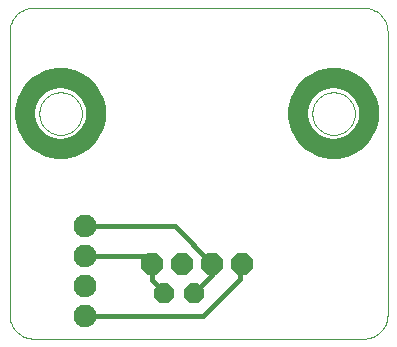
<source format=gtl>
G75*
%MOIN*%
%OFA0B0*%
%FSLAX24Y24*%
%IPPOS*%
%LPD*%
%AMOC8*
5,1,8,0,0,1.08239X$1,22.5*
%
%ADD10C,0.0000*%
%ADD11C,0.0010*%
%ADD12OC8,0.0748*%
%ADD13C,0.0650*%
%ADD14OC8,0.0660*%
%ADD15C,0.0760*%
%ADD16C,0.0160*%
%ADD17C,0.0157*%
D10*
X000105Y000892D02*
X000105Y010341D01*
X000892Y011129D02*
X011916Y011129D01*
X012703Y010341D02*
X012703Y000892D01*
X011916Y000105D02*
X000892Y000105D01*
X001687Y006424D02*
X001689Y006445D01*
X001695Y006465D01*
X001704Y006485D01*
X001716Y006502D01*
X001731Y006516D01*
X001749Y006528D01*
X001769Y006536D01*
X001789Y006541D01*
X001810Y006542D01*
X001831Y006539D01*
X001851Y006533D01*
X001870Y006522D01*
X001887Y006509D01*
X001900Y006493D01*
X001911Y006475D01*
X001919Y006455D01*
X001923Y006435D01*
X001923Y006413D01*
X001919Y006393D01*
X001911Y006373D01*
X001900Y006355D01*
X001887Y006339D01*
X001870Y006326D01*
X001851Y006315D01*
X001831Y006309D01*
X001810Y006306D01*
X001789Y006307D01*
X001769Y006312D01*
X001749Y006320D01*
X001731Y006332D01*
X001716Y006346D01*
X001704Y006363D01*
X001695Y006383D01*
X001689Y006403D01*
X001687Y006424D01*
X000922Y006818D02*
X000924Y006839D01*
X000930Y006859D01*
X000939Y006879D01*
X000951Y006896D01*
X000966Y006910D01*
X000984Y006922D01*
X001004Y006930D01*
X001024Y006935D01*
X001045Y006936D01*
X001066Y006933D01*
X001086Y006927D01*
X001105Y006916D01*
X001122Y006903D01*
X001135Y006887D01*
X001146Y006869D01*
X001154Y006849D01*
X001158Y006829D01*
X001158Y006807D01*
X001154Y006787D01*
X001146Y006767D01*
X001135Y006749D01*
X001122Y006733D01*
X001105Y006720D01*
X001086Y006709D01*
X001066Y006703D01*
X001045Y006700D01*
X001024Y006701D01*
X001004Y006706D01*
X000984Y006714D01*
X000966Y006726D01*
X000951Y006740D01*
X000939Y006757D01*
X000930Y006777D01*
X000924Y006797D01*
X000922Y006818D01*
X000506Y007605D02*
X000508Y007626D01*
X000514Y007646D01*
X000523Y007666D01*
X000535Y007683D01*
X000550Y007697D01*
X000568Y007709D01*
X000588Y007717D01*
X000608Y007722D01*
X000629Y007723D01*
X000650Y007720D01*
X000670Y007714D01*
X000689Y007703D01*
X000706Y007690D01*
X000719Y007674D01*
X000730Y007656D01*
X000738Y007636D01*
X000742Y007616D01*
X000742Y007594D01*
X000738Y007574D01*
X000730Y007554D01*
X000719Y007536D01*
X000706Y007520D01*
X000689Y007507D01*
X000670Y007496D01*
X000650Y007490D01*
X000629Y007487D01*
X000608Y007488D01*
X000588Y007493D01*
X000568Y007501D01*
X000550Y007513D01*
X000535Y007527D01*
X000523Y007544D01*
X000514Y007564D01*
X000508Y007584D01*
X000506Y007605D01*
X000922Y008392D02*
X000924Y008413D01*
X000930Y008433D01*
X000939Y008453D01*
X000951Y008470D01*
X000966Y008484D01*
X000984Y008496D01*
X001004Y008504D01*
X001024Y008509D01*
X001045Y008510D01*
X001066Y008507D01*
X001086Y008501D01*
X001105Y008490D01*
X001122Y008477D01*
X001135Y008461D01*
X001146Y008443D01*
X001154Y008423D01*
X001158Y008403D01*
X001158Y008381D01*
X001154Y008361D01*
X001146Y008341D01*
X001135Y008323D01*
X001122Y008307D01*
X001105Y008294D01*
X001086Y008283D01*
X001066Y008277D01*
X001045Y008274D01*
X001024Y008275D01*
X001004Y008280D01*
X000984Y008288D01*
X000966Y008300D01*
X000951Y008314D01*
X000939Y008331D01*
X000930Y008351D01*
X000924Y008371D01*
X000922Y008392D01*
X001687Y008786D02*
X001689Y008807D01*
X001695Y008827D01*
X001704Y008847D01*
X001716Y008864D01*
X001731Y008878D01*
X001749Y008890D01*
X001769Y008898D01*
X001789Y008903D01*
X001810Y008904D01*
X001831Y008901D01*
X001851Y008895D01*
X001870Y008884D01*
X001887Y008871D01*
X001900Y008855D01*
X001911Y008837D01*
X001919Y008817D01*
X001923Y008797D01*
X001923Y008775D01*
X001919Y008755D01*
X001911Y008735D01*
X001900Y008717D01*
X001887Y008701D01*
X001870Y008688D01*
X001851Y008677D01*
X001831Y008671D01*
X001810Y008668D01*
X001789Y008669D01*
X001769Y008674D01*
X001749Y008682D01*
X001731Y008694D01*
X001716Y008708D01*
X001704Y008725D01*
X001695Y008745D01*
X001689Y008765D01*
X001687Y008786D01*
X002497Y008392D02*
X002499Y008413D01*
X002505Y008433D01*
X002514Y008453D01*
X002526Y008470D01*
X002541Y008484D01*
X002559Y008496D01*
X002579Y008504D01*
X002599Y008509D01*
X002620Y008510D01*
X002641Y008507D01*
X002661Y008501D01*
X002680Y008490D01*
X002697Y008477D01*
X002710Y008461D01*
X002721Y008443D01*
X002729Y008423D01*
X002733Y008403D01*
X002733Y008381D01*
X002729Y008361D01*
X002721Y008341D01*
X002710Y008323D01*
X002697Y008307D01*
X002680Y008294D01*
X002661Y008283D01*
X002641Y008277D01*
X002620Y008274D01*
X002599Y008275D01*
X002579Y008280D01*
X002559Y008288D01*
X002541Y008300D01*
X002526Y008314D01*
X002514Y008331D01*
X002505Y008351D01*
X002499Y008371D01*
X002497Y008392D01*
X002868Y007605D02*
X002870Y007626D01*
X002876Y007646D01*
X002885Y007666D01*
X002897Y007683D01*
X002912Y007697D01*
X002930Y007709D01*
X002950Y007717D01*
X002970Y007722D01*
X002991Y007723D01*
X003012Y007720D01*
X003032Y007714D01*
X003051Y007703D01*
X003068Y007690D01*
X003081Y007674D01*
X003092Y007656D01*
X003100Y007636D01*
X003104Y007616D01*
X003104Y007594D01*
X003100Y007574D01*
X003092Y007554D01*
X003081Y007536D01*
X003068Y007520D01*
X003051Y007507D01*
X003032Y007496D01*
X003012Y007490D01*
X002991Y007487D01*
X002970Y007488D01*
X002950Y007493D01*
X002930Y007501D01*
X002912Y007513D01*
X002897Y007527D01*
X002885Y007544D01*
X002876Y007564D01*
X002870Y007584D01*
X002868Y007605D01*
X002497Y006818D02*
X002499Y006839D01*
X002505Y006859D01*
X002514Y006879D01*
X002526Y006896D01*
X002541Y006910D01*
X002559Y006922D01*
X002579Y006930D01*
X002599Y006935D01*
X002620Y006936D01*
X002641Y006933D01*
X002661Y006927D01*
X002680Y006916D01*
X002697Y006903D01*
X002710Y006887D01*
X002721Y006869D01*
X002729Y006849D01*
X002733Y006829D01*
X002733Y006807D01*
X002729Y006787D01*
X002721Y006767D01*
X002710Y006749D01*
X002697Y006733D01*
X002680Y006720D01*
X002661Y006709D01*
X002641Y006703D01*
X002620Y006700D01*
X002599Y006701D01*
X002579Y006706D01*
X002559Y006714D01*
X002541Y006726D01*
X002526Y006740D01*
X002514Y006757D01*
X002505Y006777D01*
X002499Y006797D01*
X002497Y006818D01*
X001096Y007605D02*
X001098Y007658D01*
X001104Y007711D01*
X001114Y007763D01*
X001127Y007814D01*
X001145Y007864D01*
X001166Y007913D01*
X001191Y007960D01*
X001219Y008004D01*
X001251Y008047D01*
X001285Y008087D01*
X001323Y008125D01*
X001363Y008159D01*
X001406Y008191D01*
X001451Y008219D01*
X001497Y008244D01*
X001546Y008265D01*
X001596Y008283D01*
X001647Y008296D01*
X001699Y008306D01*
X001752Y008312D01*
X001805Y008314D01*
X001858Y008312D01*
X001911Y008306D01*
X001963Y008296D01*
X002014Y008283D01*
X002064Y008265D01*
X002113Y008244D01*
X002160Y008219D01*
X002204Y008191D01*
X002247Y008159D01*
X002287Y008125D01*
X002325Y008087D01*
X002359Y008047D01*
X002391Y008004D01*
X002419Y007959D01*
X002444Y007913D01*
X002465Y007864D01*
X002483Y007814D01*
X002496Y007763D01*
X002506Y007711D01*
X002512Y007658D01*
X002514Y007605D01*
X002512Y007552D01*
X002506Y007499D01*
X002496Y007447D01*
X002483Y007396D01*
X002465Y007346D01*
X002444Y007297D01*
X002419Y007250D01*
X002391Y007206D01*
X002359Y007163D01*
X002325Y007123D01*
X002287Y007085D01*
X002247Y007051D01*
X002204Y007019D01*
X002159Y006991D01*
X002113Y006966D01*
X002064Y006945D01*
X002014Y006927D01*
X001963Y006914D01*
X001911Y006904D01*
X001858Y006898D01*
X001805Y006896D01*
X001752Y006898D01*
X001699Y006904D01*
X001647Y006914D01*
X001596Y006927D01*
X001546Y006945D01*
X001497Y006966D01*
X001450Y006991D01*
X001406Y007019D01*
X001363Y007051D01*
X001323Y007085D01*
X001285Y007123D01*
X001251Y007163D01*
X001219Y007206D01*
X001191Y007251D01*
X001166Y007297D01*
X001145Y007346D01*
X001127Y007396D01*
X001114Y007447D01*
X001104Y007499D01*
X001098Y007552D01*
X001096Y007605D01*
X009606Y007605D02*
X009608Y007626D01*
X009614Y007646D01*
X009623Y007666D01*
X009635Y007683D01*
X009650Y007697D01*
X009668Y007709D01*
X009688Y007717D01*
X009708Y007722D01*
X009729Y007723D01*
X009750Y007720D01*
X009770Y007714D01*
X009789Y007703D01*
X009806Y007690D01*
X009819Y007674D01*
X009830Y007656D01*
X009838Y007636D01*
X009842Y007616D01*
X009842Y007594D01*
X009838Y007574D01*
X009830Y007554D01*
X009819Y007536D01*
X009806Y007520D01*
X009789Y007507D01*
X009770Y007496D01*
X009750Y007490D01*
X009729Y007487D01*
X009708Y007488D01*
X009688Y007493D01*
X009668Y007501D01*
X009650Y007513D01*
X009635Y007527D01*
X009623Y007544D01*
X009614Y007564D01*
X009608Y007584D01*
X009606Y007605D01*
X009977Y006818D02*
X009979Y006839D01*
X009985Y006859D01*
X009994Y006879D01*
X010006Y006896D01*
X010021Y006910D01*
X010039Y006922D01*
X010059Y006930D01*
X010079Y006935D01*
X010100Y006936D01*
X010121Y006933D01*
X010141Y006927D01*
X010160Y006916D01*
X010177Y006903D01*
X010190Y006887D01*
X010201Y006869D01*
X010209Y006849D01*
X010213Y006829D01*
X010213Y006807D01*
X010209Y006787D01*
X010201Y006767D01*
X010190Y006749D01*
X010177Y006733D01*
X010160Y006720D01*
X010141Y006709D01*
X010121Y006703D01*
X010100Y006700D01*
X010079Y006701D01*
X010059Y006706D01*
X010039Y006714D01*
X010021Y006726D01*
X010006Y006740D01*
X009994Y006757D01*
X009985Y006777D01*
X009979Y006797D01*
X009977Y006818D01*
X010787Y006424D02*
X010789Y006445D01*
X010795Y006465D01*
X010804Y006485D01*
X010816Y006502D01*
X010831Y006516D01*
X010849Y006528D01*
X010869Y006536D01*
X010889Y006541D01*
X010910Y006542D01*
X010931Y006539D01*
X010951Y006533D01*
X010970Y006522D01*
X010987Y006509D01*
X011000Y006493D01*
X011011Y006475D01*
X011019Y006455D01*
X011023Y006435D01*
X011023Y006413D01*
X011019Y006393D01*
X011011Y006373D01*
X011000Y006355D01*
X010987Y006339D01*
X010970Y006326D01*
X010951Y006315D01*
X010931Y006309D01*
X010910Y006306D01*
X010889Y006307D01*
X010869Y006312D01*
X010849Y006320D01*
X010831Y006332D01*
X010816Y006346D01*
X010804Y006363D01*
X010795Y006383D01*
X010789Y006403D01*
X010787Y006424D01*
X010196Y007605D02*
X010198Y007658D01*
X010204Y007711D01*
X010214Y007763D01*
X010227Y007814D01*
X010245Y007864D01*
X010266Y007913D01*
X010291Y007960D01*
X010319Y008004D01*
X010351Y008047D01*
X010385Y008087D01*
X010423Y008125D01*
X010463Y008159D01*
X010506Y008191D01*
X010551Y008219D01*
X010597Y008244D01*
X010646Y008265D01*
X010696Y008283D01*
X010747Y008296D01*
X010799Y008306D01*
X010852Y008312D01*
X010905Y008314D01*
X010958Y008312D01*
X011011Y008306D01*
X011063Y008296D01*
X011114Y008283D01*
X011164Y008265D01*
X011213Y008244D01*
X011260Y008219D01*
X011304Y008191D01*
X011347Y008159D01*
X011387Y008125D01*
X011425Y008087D01*
X011459Y008047D01*
X011491Y008004D01*
X011519Y007959D01*
X011544Y007913D01*
X011565Y007864D01*
X011583Y007814D01*
X011596Y007763D01*
X011606Y007711D01*
X011612Y007658D01*
X011614Y007605D01*
X011612Y007552D01*
X011606Y007499D01*
X011596Y007447D01*
X011583Y007396D01*
X011565Y007346D01*
X011544Y007297D01*
X011519Y007250D01*
X011491Y007206D01*
X011459Y007163D01*
X011425Y007123D01*
X011387Y007085D01*
X011347Y007051D01*
X011304Y007019D01*
X011259Y006991D01*
X011213Y006966D01*
X011164Y006945D01*
X011114Y006927D01*
X011063Y006914D01*
X011011Y006904D01*
X010958Y006898D01*
X010905Y006896D01*
X010852Y006898D01*
X010799Y006904D01*
X010747Y006914D01*
X010696Y006927D01*
X010646Y006945D01*
X010597Y006966D01*
X010550Y006991D01*
X010506Y007019D01*
X010463Y007051D01*
X010423Y007085D01*
X010385Y007123D01*
X010351Y007163D01*
X010319Y007206D01*
X010291Y007251D01*
X010266Y007297D01*
X010245Y007346D01*
X010227Y007396D01*
X010214Y007447D01*
X010204Y007499D01*
X010198Y007552D01*
X010196Y007605D01*
X009977Y008392D02*
X009979Y008413D01*
X009985Y008433D01*
X009994Y008453D01*
X010006Y008470D01*
X010021Y008484D01*
X010039Y008496D01*
X010059Y008504D01*
X010079Y008509D01*
X010100Y008510D01*
X010121Y008507D01*
X010141Y008501D01*
X010160Y008490D01*
X010177Y008477D01*
X010190Y008461D01*
X010201Y008443D01*
X010209Y008423D01*
X010213Y008403D01*
X010213Y008381D01*
X010209Y008361D01*
X010201Y008341D01*
X010190Y008323D01*
X010177Y008307D01*
X010160Y008294D01*
X010141Y008283D01*
X010121Y008277D01*
X010100Y008274D01*
X010079Y008275D01*
X010059Y008280D01*
X010039Y008288D01*
X010021Y008300D01*
X010006Y008314D01*
X009994Y008331D01*
X009985Y008351D01*
X009979Y008371D01*
X009977Y008392D01*
X010787Y008786D02*
X010789Y008807D01*
X010795Y008827D01*
X010804Y008847D01*
X010816Y008864D01*
X010831Y008878D01*
X010849Y008890D01*
X010869Y008898D01*
X010889Y008903D01*
X010910Y008904D01*
X010931Y008901D01*
X010951Y008895D01*
X010970Y008884D01*
X010987Y008871D01*
X011000Y008855D01*
X011011Y008837D01*
X011019Y008817D01*
X011023Y008797D01*
X011023Y008775D01*
X011019Y008755D01*
X011011Y008735D01*
X011000Y008717D01*
X010987Y008701D01*
X010970Y008688D01*
X010951Y008677D01*
X010931Y008671D01*
X010910Y008668D01*
X010889Y008669D01*
X010869Y008674D01*
X010849Y008682D01*
X010831Y008694D01*
X010816Y008708D01*
X010804Y008725D01*
X010795Y008745D01*
X010789Y008765D01*
X010787Y008786D01*
X011749Y008392D02*
X011751Y008413D01*
X011757Y008433D01*
X011766Y008453D01*
X011778Y008470D01*
X011793Y008484D01*
X011811Y008496D01*
X011831Y008504D01*
X011851Y008509D01*
X011872Y008510D01*
X011893Y008507D01*
X011913Y008501D01*
X011932Y008490D01*
X011949Y008477D01*
X011962Y008461D01*
X011973Y008443D01*
X011981Y008423D01*
X011985Y008403D01*
X011985Y008381D01*
X011981Y008361D01*
X011973Y008341D01*
X011962Y008323D01*
X011949Y008307D01*
X011932Y008294D01*
X011913Y008283D01*
X011893Y008277D01*
X011872Y008274D01*
X011851Y008275D01*
X011831Y008280D01*
X011811Y008288D01*
X011793Y008300D01*
X011778Y008314D01*
X011766Y008331D01*
X011757Y008351D01*
X011751Y008371D01*
X011749Y008392D01*
X011968Y007605D02*
X011970Y007626D01*
X011976Y007646D01*
X011985Y007666D01*
X011997Y007683D01*
X012012Y007697D01*
X012030Y007709D01*
X012050Y007717D01*
X012070Y007722D01*
X012091Y007723D01*
X012112Y007720D01*
X012132Y007714D01*
X012151Y007703D01*
X012168Y007690D01*
X012181Y007674D01*
X012192Y007656D01*
X012200Y007636D01*
X012204Y007616D01*
X012204Y007594D01*
X012200Y007574D01*
X012192Y007554D01*
X012181Y007536D01*
X012168Y007520D01*
X012151Y007507D01*
X012132Y007496D01*
X012112Y007490D01*
X012091Y007487D01*
X012070Y007488D01*
X012050Y007493D01*
X012030Y007501D01*
X012012Y007513D01*
X011997Y007527D01*
X011985Y007544D01*
X011976Y007564D01*
X011970Y007584D01*
X011968Y007605D01*
X011749Y006818D02*
X011751Y006839D01*
X011757Y006859D01*
X011766Y006879D01*
X011778Y006896D01*
X011793Y006910D01*
X011811Y006922D01*
X011831Y006930D01*
X011851Y006935D01*
X011872Y006936D01*
X011893Y006933D01*
X011913Y006927D01*
X011932Y006916D01*
X011949Y006903D01*
X011962Y006887D01*
X011973Y006869D01*
X011981Y006849D01*
X011985Y006829D01*
X011985Y006807D01*
X011981Y006787D01*
X011973Y006767D01*
X011962Y006749D01*
X011949Y006733D01*
X011932Y006720D01*
X011913Y006709D01*
X011893Y006703D01*
X011872Y006700D01*
X011851Y006701D01*
X011831Y006706D01*
X011811Y006714D01*
X011793Y006726D01*
X011778Y006740D01*
X011766Y006757D01*
X011757Y006777D01*
X011751Y006797D01*
X011749Y006818D01*
D11*
X012703Y010341D02*
X012701Y010395D01*
X012696Y010448D01*
X012687Y010501D01*
X012674Y010553D01*
X012658Y010605D01*
X012638Y010655D01*
X012615Y010703D01*
X012588Y010750D01*
X012559Y010795D01*
X012526Y010838D01*
X012491Y010878D01*
X012453Y010916D01*
X012413Y010951D01*
X012370Y010984D01*
X012325Y011013D01*
X012278Y011040D01*
X012230Y011063D01*
X012180Y011083D01*
X012128Y011099D01*
X012076Y011112D01*
X012023Y011121D01*
X011970Y011126D01*
X011916Y011128D01*
X012703Y000892D02*
X012701Y000838D01*
X012696Y000785D01*
X012687Y000732D01*
X012674Y000680D01*
X012658Y000628D01*
X012638Y000578D01*
X012615Y000530D01*
X012588Y000483D01*
X012559Y000438D01*
X012526Y000395D01*
X012491Y000355D01*
X012453Y000317D01*
X012413Y000282D01*
X012370Y000249D01*
X012325Y000220D01*
X012278Y000193D01*
X012230Y000170D01*
X012180Y000150D01*
X012128Y000134D01*
X012076Y000121D01*
X012023Y000112D01*
X011970Y000107D01*
X011916Y000105D01*
X000892Y000105D02*
X000838Y000107D01*
X000785Y000112D01*
X000732Y000121D01*
X000680Y000134D01*
X000628Y000150D01*
X000578Y000170D01*
X000530Y000193D01*
X000483Y000220D01*
X000438Y000249D01*
X000395Y000282D01*
X000355Y000317D01*
X000317Y000355D01*
X000282Y000395D01*
X000249Y000438D01*
X000220Y000483D01*
X000193Y000530D01*
X000170Y000578D01*
X000150Y000628D01*
X000134Y000680D01*
X000121Y000732D01*
X000112Y000785D01*
X000107Y000838D01*
X000105Y000892D01*
X000105Y010341D02*
X000107Y010395D01*
X000112Y010448D01*
X000121Y010501D01*
X000134Y010553D01*
X000150Y010605D01*
X000170Y010655D01*
X000193Y010703D01*
X000220Y010750D01*
X000249Y010795D01*
X000282Y010838D01*
X000317Y010878D01*
X000355Y010916D01*
X000395Y010951D01*
X000438Y010984D01*
X000483Y011013D01*
X000530Y011040D01*
X000578Y011063D01*
X000628Y011083D01*
X000680Y011099D01*
X000732Y011112D01*
X000785Y011121D01*
X000838Y011126D01*
X000892Y011128D01*
D12*
X004855Y002605D03*
X005855Y002605D03*
X006855Y002605D03*
X007855Y002605D03*
D13*
X009724Y007605D02*
X009726Y007674D01*
X009732Y007742D01*
X009742Y007810D01*
X009756Y007877D01*
X009774Y007944D01*
X009795Y008009D01*
X009821Y008073D01*
X009850Y008135D01*
X009882Y008195D01*
X009918Y008254D01*
X009958Y008310D01*
X010000Y008364D01*
X010046Y008415D01*
X010095Y008464D01*
X010146Y008510D01*
X010200Y008552D01*
X010256Y008592D01*
X010314Y008628D01*
X010375Y008660D01*
X010437Y008689D01*
X010501Y008715D01*
X010566Y008736D01*
X010633Y008754D01*
X010700Y008768D01*
X010768Y008778D01*
X010836Y008784D01*
X010905Y008786D01*
X010974Y008784D01*
X011042Y008778D01*
X011110Y008768D01*
X011177Y008754D01*
X011244Y008736D01*
X011309Y008715D01*
X011373Y008689D01*
X011435Y008660D01*
X011495Y008628D01*
X011554Y008592D01*
X011610Y008552D01*
X011664Y008510D01*
X011715Y008464D01*
X011764Y008415D01*
X011810Y008364D01*
X011852Y008310D01*
X011892Y008254D01*
X011928Y008195D01*
X011960Y008135D01*
X011989Y008073D01*
X012015Y008009D01*
X012036Y007944D01*
X012054Y007877D01*
X012068Y007810D01*
X012078Y007742D01*
X012084Y007674D01*
X012086Y007605D01*
X012084Y007536D01*
X012078Y007468D01*
X012068Y007400D01*
X012054Y007333D01*
X012036Y007266D01*
X012015Y007201D01*
X011989Y007137D01*
X011960Y007075D01*
X011928Y007014D01*
X011892Y006956D01*
X011852Y006900D01*
X011810Y006846D01*
X011764Y006795D01*
X011715Y006746D01*
X011664Y006700D01*
X011610Y006658D01*
X011554Y006618D01*
X011496Y006582D01*
X011435Y006550D01*
X011373Y006521D01*
X011309Y006495D01*
X011244Y006474D01*
X011177Y006456D01*
X011110Y006442D01*
X011042Y006432D01*
X010974Y006426D01*
X010905Y006424D01*
X010836Y006426D01*
X010768Y006432D01*
X010700Y006442D01*
X010633Y006456D01*
X010566Y006474D01*
X010501Y006495D01*
X010437Y006521D01*
X010375Y006550D01*
X010314Y006582D01*
X010256Y006618D01*
X010200Y006658D01*
X010146Y006700D01*
X010095Y006746D01*
X010046Y006795D01*
X010000Y006846D01*
X009958Y006900D01*
X009918Y006956D01*
X009882Y007014D01*
X009850Y007075D01*
X009821Y007137D01*
X009795Y007201D01*
X009774Y007266D01*
X009756Y007333D01*
X009742Y007400D01*
X009732Y007468D01*
X009726Y007536D01*
X009724Y007605D01*
X000624Y007605D02*
X000626Y007674D01*
X000632Y007742D01*
X000642Y007810D01*
X000656Y007877D01*
X000674Y007944D01*
X000695Y008009D01*
X000721Y008073D01*
X000750Y008135D01*
X000782Y008195D01*
X000818Y008254D01*
X000858Y008310D01*
X000900Y008364D01*
X000946Y008415D01*
X000995Y008464D01*
X001046Y008510D01*
X001100Y008552D01*
X001156Y008592D01*
X001214Y008628D01*
X001275Y008660D01*
X001337Y008689D01*
X001401Y008715D01*
X001466Y008736D01*
X001533Y008754D01*
X001600Y008768D01*
X001668Y008778D01*
X001736Y008784D01*
X001805Y008786D01*
X001874Y008784D01*
X001942Y008778D01*
X002010Y008768D01*
X002077Y008754D01*
X002144Y008736D01*
X002209Y008715D01*
X002273Y008689D01*
X002335Y008660D01*
X002395Y008628D01*
X002454Y008592D01*
X002510Y008552D01*
X002564Y008510D01*
X002615Y008464D01*
X002664Y008415D01*
X002710Y008364D01*
X002752Y008310D01*
X002792Y008254D01*
X002828Y008195D01*
X002860Y008135D01*
X002889Y008073D01*
X002915Y008009D01*
X002936Y007944D01*
X002954Y007877D01*
X002968Y007810D01*
X002978Y007742D01*
X002984Y007674D01*
X002986Y007605D01*
X002984Y007536D01*
X002978Y007468D01*
X002968Y007400D01*
X002954Y007333D01*
X002936Y007266D01*
X002915Y007201D01*
X002889Y007137D01*
X002860Y007075D01*
X002828Y007014D01*
X002792Y006956D01*
X002752Y006900D01*
X002710Y006846D01*
X002664Y006795D01*
X002615Y006746D01*
X002564Y006700D01*
X002510Y006658D01*
X002454Y006618D01*
X002396Y006582D01*
X002335Y006550D01*
X002273Y006521D01*
X002209Y006495D01*
X002144Y006474D01*
X002077Y006456D01*
X002010Y006442D01*
X001942Y006432D01*
X001874Y006426D01*
X001805Y006424D01*
X001736Y006426D01*
X001668Y006432D01*
X001600Y006442D01*
X001533Y006456D01*
X001466Y006474D01*
X001401Y006495D01*
X001337Y006521D01*
X001275Y006550D01*
X001214Y006582D01*
X001156Y006618D01*
X001100Y006658D01*
X001046Y006700D01*
X000995Y006746D01*
X000946Y006795D01*
X000900Y006846D01*
X000858Y006900D01*
X000818Y006956D01*
X000782Y007014D01*
X000750Y007075D01*
X000721Y007137D01*
X000695Y007201D01*
X000674Y007266D01*
X000656Y007333D01*
X000642Y007400D01*
X000632Y007468D01*
X000626Y007536D01*
X000624Y007605D01*
D14*
X005264Y001640D03*
X006264Y001640D03*
D15*
X002605Y001855D03*
X002605Y002855D03*
X002605Y003855D03*
X002605Y000855D03*
D16*
X002605Y002855D02*
X004605Y002855D01*
X004855Y002605D01*
X004855Y002050D01*
X005264Y001640D01*
X006264Y001640D02*
X006855Y002231D01*
X006855Y002605D01*
X005605Y003855D02*
X002605Y003855D01*
D17*
X002605Y000855D02*
X006564Y000855D01*
X007782Y002074D01*
X007782Y002532D01*
X007855Y002605D01*
X006855Y002605D02*
X005605Y003855D01*
M02*

</source>
